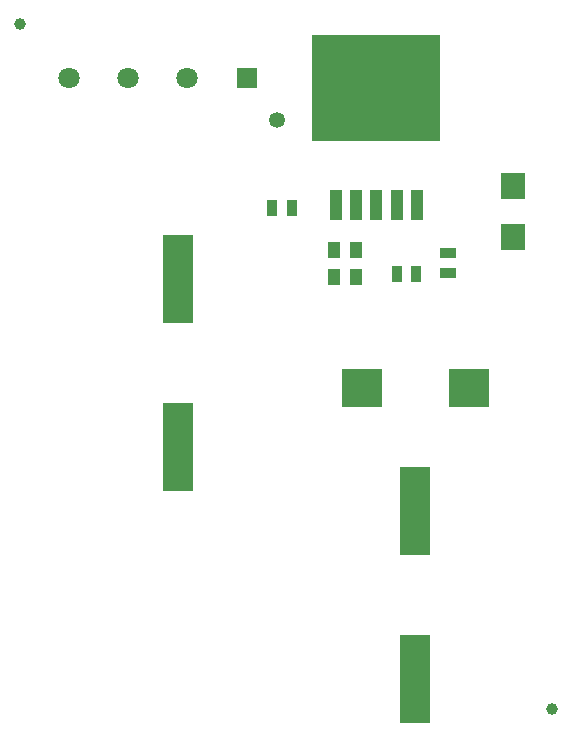
<source format=gbr>
%TF.GenerationSoftware,Altium Limited,Altium Designer,21.1.1 (26)*%
G04 Layer_Color=255*
%FSLAX42Y42*%
%MOMM*%
%TF.SameCoordinates,4B38A6DA-841C-4E6F-8FC0-14FCB5F023F9*%
%TF.FilePolarity,Positive*%
%TF.FileFunction,Pads,Top*%
%TF.Part,Single*%
G01*
G75*
%TA.AperFunction,FiducialPad,Global*%
%ADD10C,1.00*%
%TA.AperFunction,SMDPad,CuDef*%
%ADD11R,2.50X7.50*%
%ADD12R,1.47X0.97*%
%ADD13R,3.50X3.20*%
%ADD14R,1.00X1.40*%
%ADD15R,10.90X9.10*%
%ADD16R,1.05X2.50*%
%ADD17R,2.05X2.25*%
%ADD18R,0.97X1.47*%
%TA.AperFunction,ComponentPad*%
%ADD22C,1.80*%
%ADD23R,1.80X1.80*%
%ADD24C,1.35*%
D10*
X6617Y11392D02*
D03*
X11125Y5588D02*
D03*
D11*
X9969Y7263D02*
D03*
Y5843D02*
D03*
X7963Y9232D02*
D03*
Y7812D02*
D03*
D12*
X10249Y9283D02*
D03*
Y9449D02*
D03*
D13*
X9519Y8306D02*
D03*
X10419D02*
D03*
D14*
X9278Y9474D02*
D03*
X9468D02*
D03*
Y9246D02*
D03*
X9278D02*
D03*
D15*
X9639Y10846D02*
D03*
D16*
X9979Y9856D02*
D03*
X9809D02*
D03*
X9639D02*
D03*
X9469D02*
D03*
X9299D02*
D03*
D17*
X10795Y10018D02*
D03*
Y9589D02*
D03*
D18*
X8922Y9830D02*
D03*
X8756D02*
D03*
X9810Y9271D02*
D03*
X9976D02*
D03*
D22*
X7039Y10935D02*
D03*
X7539D02*
D03*
X8039D02*
D03*
D23*
X8539D02*
D03*
D24*
X8799Y10575D02*
D03*
%TF.MD5,381d21c8201fb616126d0e45a273cbb1*%
M02*

</source>
